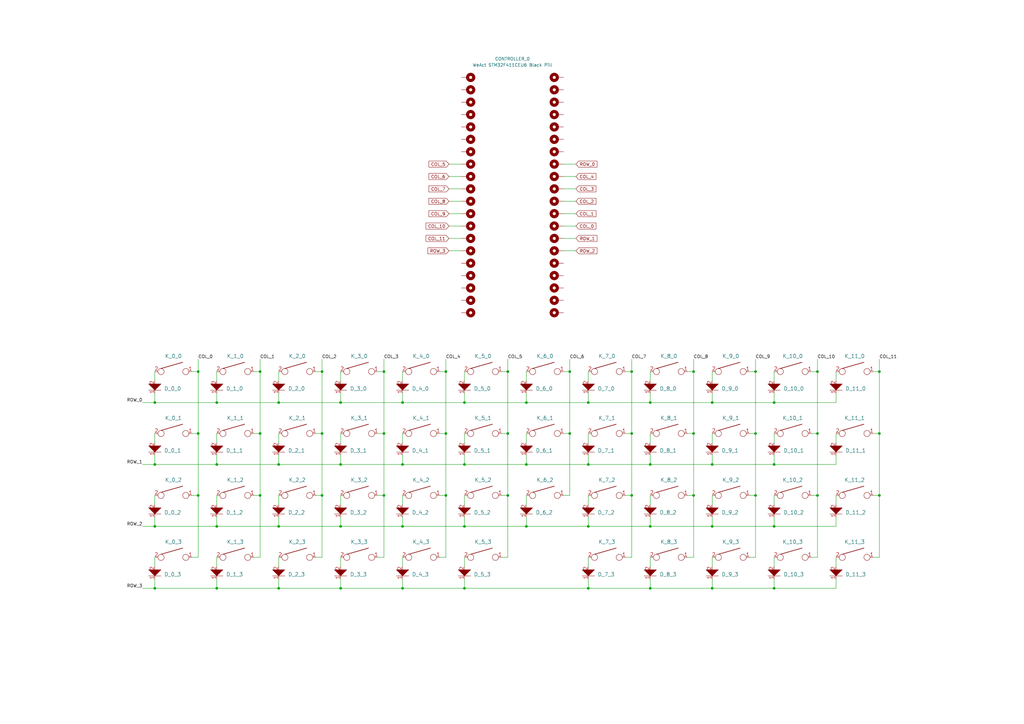
<source format=kicad_sch>
(kicad_sch (version 20211123) (generator eeschema)
  (paper "A3")
  (lib_symbols
    (symbol "keyboard_parts:D" (pin_names (offset 1.016))
      (property "Reference" "D" (at -3.81 -1.27 90))
      (symbol "D_0_1"
        (polyline (pts (xy -2.54 0) (xy 2.54 0)))
        (polyline (pts (xy 0 0) (xy -2.54 -2.54) (xy 2.54 -2.54) (xy 0 0)) (fill (type outline)))
      )
      (symbol "D_1_1"
        (pin passive line (at 0 1.27 270) (length 1.27) (name "~") (number "1"))
        (pin passive line (at 0 -3.81 90) (length 1.27) (name "~") (number "2"))
      )
    )
    (symbol "keyboard_parts:KEYSW" (pin_names (offset 1.016))
      (property "Reference" "K?" (at -1.27 0 0))
      (symbol "KEYSW_0_1"
        (circle (center -5.08 0) (radius 1.27))
        (polyline (pts (xy -5.08 1.27) (xy 3.81 3.81)) (stroke (width 0.254)))
        (circle (center 5.08 0) (radius 1.27))
      )
      (symbol "KEYSW_1_1"
        (pin passive line (at 7.62 0 180) (length 1.27) (name "~") (number "1"))
        (pin passive line (at -7.62 0 0) (length 1.27) (name "~") (number "2"))
      )
    )
    (symbol "weact_stm32f411ceu6_black_pill:WeAct_STM32F411CEU6_Black_Pill" (pin_numbers hide) (pin_names (offset 1.016) hide)
      (property "Reference" "WeAct_STM32F411CEU6_Black_Pill" (at 0 57.15 0))
      (property "Value" "WeAct_STM32F411CEU6_Black_Pill" (at 0 53.34 0))
      (symbol "WeAct_STM32F411CEU6_Black_Pill_0_1"
        (circle (center -17.78 -48.26) (radius 1.27) (stroke (width 1.27)))
        (circle (center -17.78 -43.18) (radius 1.27) (stroke (width 1.27)))
        (circle (center -17.78 -38.1) (radius 1.27) (stroke (width 1.27)))
        (circle (center -17.78 -33.02) (radius 1.27) (stroke (width 1.27)))
        (circle (center -17.78 -27.94) (radius 1.27) (stroke (width 1.27)))
        (circle (center -17.78 -22.86) (radius 1.27) (stroke (width 1.27)))
        (circle (center -17.78 -17.78) (radius 1.27) (stroke (width 1.27)))
        (circle (center -17.78 -12.7) (radius 1.27) (stroke (width 1.27)))
        (circle (center -17.78 -7.62) (radius 1.27) (stroke (width 1.27)))
        (circle (center -17.78 -2.54) (radius 1.27) (stroke (width 1.27)))
        (circle (center -17.78 2.54) (radius 1.27) (stroke (width 1.27)))
        (circle (center -17.78 7.62) (radius 1.27) (stroke (width 1.27)))
        (circle (center -17.78 12.7) (radius 1.27) (stroke (width 1.27)))
        (circle (center -17.78 17.78) (radius 1.27) (stroke (width 1.27)))
        (circle (center -17.78 22.86) (radius 1.27) (stroke (width 1.27)))
        (circle (center -17.78 27.94) (radius 1.27) (stroke (width 1.27)))
        (circle (center -17.78 33.02) (radius 1.27) (stroke (width 1.27)))
        (circle (center -17.78 38.1) (radius 1.27) (stroke (width 1.27)))
        (circle (center -17.78 43.18) (radius 1.27) (stroke (width 1.27)))
        (circle (center -17.78 48.26) (radius 1.27) (stroke (width 1.27)))
        (circle (center 16.51 -48.26) (radius 1.27) (stroke (width 1.27)))
        (circle (center 16.51 -43.18) (radius 1.27) (stroke (width 1.27)))
        (circle (center 16.51 -38.1) (radius 1.27) (stroke (width 1.27)))
        (circle (center 16.51 -33.02) (radius 1.27) (stroke (width 1.27)))
        (circle (center 16.51 -27.94) (radius 1.27) (stroke (width 1.27)))
        (circle (center 16.51 -22.86) (radius 1.27) (stroke (width 1.27)))
        (circle (center 16.51 -17.78) (radius 1.27) (stroke (width 1.27)))
        (circle (center 16.51 -12.7) (radius 1.27) (stroke (width 1.27)))
        (circle (center 16.51 -7.62) (radius 1.27) (stroke (width 1.27)))
        (circle (center 16.51 -2.54) (radius 1.27) (stroke (width 1.27)))
        (circle (center 16.51 2.54) (radius 1.27) (stroke (width 1.27)))
        (circle (center 16.51 7.62) (radius 1.27) (stroke (width 1.27)))
        (circle (center 16.51 12.7) (radius 1.27) (stroke (width 1.27)))
        (circle (center 16.51 17.78) (radius 1.27) (stroke (width 1.27)))
        (circle (center 16.51 22.86) (radius 1.27) (stroke (width 1.27)))
        (circle (center 16.51 27.94) (radius 1.27) (stroke (width 1.27)))
        (circle (center 16.51 33.02) (radius 1.27) (stroke (width 1.27)))
        (circle (center 16.51 38.1) (radius 1.27) (stroke (width 1.27)))
        (circle (center 16.51 43.18) (radius 1.27) (stroke (width 1.27)))
        (circle (center 16.51 48.26) (radius 1.27) (stroke (width 1.27)))
      )
      (symbol "WeAct_STM32F411CEU6_Black_Pill_1_1"
        (pin bidirectional line (at -21.59 48.26 0) (length 2.54) (name "B12") (number "1"))
        (pin bidirectional line (at -21.59 2.54 0) (length 2.54) (name "A15") (number "10"))
        (pin bidirectional line (at -21.59 -2.54 0) (length 2.54) (name "B3") (number "11"))
        (pin bidirectional line (at -21.59 -7.62 0) (length 2.54) (name "B4") (number "12"))
        (pin bidirectional line (at -21.59 -12.7 0) (length 2.54) (name "B5") (number "13"))
        (pin bidirectional line (at -21.59 -17.78 0) (length 2.54) (name "B6") (number "14"))
        (pin bidirectional line (at -21.59 -22.86 0) (length 2.54) (name "B7") (number "15"))
        (pin bidirectional line (at -21.59 -27.94 0) (length 2.54) (name "B8") (number "16"))
        (pin bidirectional line (at -21.59 -33.02 0) (length 2.54) (name "B9") (number "17"))
        (pin bidirectional line (at -21.59 -38.1 0) (length 2.54) (name "5V") (number "18"))
        (pin bidirectional line (at -21.59 -43.18 0) (length 2.54) (name "G") (number "19"))
        (pin bidirectional line (at -21.59 43.18 0) (length 2.54) (name "B13") (number "2"))
        (pin bidirectional line (at -21.59 -48.26 0) (length 2.54) (name "3V3") (number "20"))
        (pin bidirectional line (at 20.32 48.26 180) (length 2.54) (name "5V") (number "21"))
        (pin bidirectional line (at 20.32 43.18 180) (length 2.54) (name "G") (number "22"))
        (pin bidirectional line (at 20.32 38.1 180) (length 2.54) (name "3V3") (number "23"))
        (pin bidirectional line (at 20.32 33.02 180) (length 2.54) (name "B10") (number "24"))
        (pin bidirectional line (at 20.32 27.94 180) (length 2.54) (name "B2") (number "25"))
        (pin bidirectional line (at 20.32 22.86 180) (length 2.54) (name "B1") (number "26"))
        (pin bidirectional line (at 20.32 17.78 180) (length 2.54) (name "B0") (number "27"))
        (pin bidirectional line (at 20.32 12.7 180) (length 2.54) (name "A7") (number "28"))
        (pin bidirectional line (at 20.32 7.62 180) (length 2.54) (name "A6") (number "29"))
        (pin bidirectional line (at -21.59 38.1 0) (length 2.54) (name "B14") (number "3"))
        (pin bidirectional line (at 20.32 2.54 180) (length 2.54) (name "A5") (number "30"))
        (pin bidirectional line (at 20.32 -2.54 180) (length 2.54) (name "A4") (number "31"))
        (pin bidirectional line (at 20.32 -7.62 180) (length 2.54) (name "A3") (number "32"))
        (pin bidirectional line (at 20.32 -12.7 180) (length 2.54) (name "A2") (number "33"))
        (pin bidirectional line (at 20.32 -17.78 180) (length 2.54) (name "A1") (number "34"))
        (pin bidirectional line (at 20.32 -22.86 180) (length 2.54) (name "A0") (number "35"))
        (pin bidirectional line (at 20.32 -27.94 180) (length 2.54) (name "R") (number "36"))
        (pin bidirectional line (at 20.32 -33.02 180) (length 2.54) (name "C15") (number "37"))
        (pin bidirectional line (at 20.32 -38.1 180) (length 2.54) (name "C14") (number "38"))
        (pin bidirectional line (at 20.32 -43.18 180) (length 2.54) (name "C13") (number "39"))
        (pin bidirectional line (at -21.59 33.02 0) (length 2.54) (name "B15") (number "4"))
        (pin bidirectional line (at 20.32 -48.26 180) (length 2.54) (name "Vb") (number "40"))
        (pin bidirectional line (at -21.59 27.94 0) (length 2.54) (name "A8") (number "5"))
        (pin bidirectional line (at -21.59 22.86 0) (length 2.54) (name "A9") (number "6"))
        (pin bidirectional line (at -21.59 17.78 0) (length 2.54) (name "A10") (number "7"))
        (pin bidirectional line (at -21.59 12.7 0) (length 2.54) (name "A11") (number "8"))
        (pin bidirectional line (at -21.59 7.62 0) (length 2.54) (name "A12") (number "9"))
      )
    )
  )
  (junction (at 190.5 190.5))
  (junction (at 114.3 190.5))
  (junction (at 139.7 190.5))
  (junction (at 165.1 241.3))
  (junction (at 81.28 177.8))
  (junction (at 190.5 215.9))
  (junction (at 182.88 203.2))
  (junction (at 208.28 203.2))
  (junction (at 114.3 215.9))
  (junction (at 157.48 177.8))
  (junction (at 81.28 152.4))
  (junction (at 157.48 152.4))
  (junction (at 292.1 215.9))
  (junction (at 88.9 215.9))
  (junction (at 241.3 190.5))
  (junction (at 259.08 203.2))
  (junction (at 266.7 165.1))
  (junction (at 208.28 177.8))
  (junction (at 266.7 215.9))
  (junction (at 139.7 241.3))
  (junction (at 317.5 215.9))
  (junction (at 88.9 241.3))
  (junction (at 88.9 165.1))
  (junction (at 266.7 241.3))
  (junction (at 360.68 203.2))
  (junction (at 139.7 165.1))
  (junction (at 63.5 165.1))
  (junction (at 208.28 152.4))
  (junction (at 309.88 203.2))
  (junction (at 241.3 215.9))
  (junction (at 259.08 152.4))
  (junction (at 233.68 177.8))
  (junction (at 233.68 152.4))
  (junction (at 88.9 190.5))
  (junction (at 335.28 177.8))
  (junction (at 292.1 190.5))
  (junction (at 241.3 241.3))
  (junction (at 132.08 152.4))
  (junction (at 309.88 177.8))
  (junction (at 284.48 177.8))
  (junction (at 106.68 152.4))
  (junction (at 360.68 152.4))
  (junction (at 292.1 165.1))
  (junction (at 317.5 190.5))
  (junction (at 284.48 203.2))
  (junction (at 284.48 152.4))
  (junction (at 63.5 190.5))
  (junction (at 157.48 203.2))
  (junction (at 114.3 165.1))
  (junction (at 335.28 152.4))
  (junction (at 335.28 203.2))
  (junction (at 81.28 203.2))
  (junction (at 215.9 190.5))
  (junction (at 165.1 165.1))
  (junction (at 139.7 215.9))
  (junction (at 259.08 177.8))
  (junction (at 190.5 165.1))
  (junction (at 114.3 241.3))
  (junction (at 215.9 215.9))
  (junction (at 182.88 152.4))
  (junction (at 63.5 215.9))
  (junction (at 292.1 241.3))
  (junction (at 165.1 190.5))
  (junction (at 106.68 177.8))
  (junction (at 215.9 165.1))
  (junction (at 317.5 165.1))
  (junction (at 106.68 203.2))
  (junction (at 360.68 177.8))
  (junction (at 132.08 203.2))
  (junction (at 309.88 152.4))
  (junction (at 132.08 177.8))
  (junction (at 317.5 241.3))
  (junction (at 63.5 241.3))
  (junction (at 165.1 215.9))
  (junction (at 266.7 190.5))
  (junction (at 182.88 177.8))
  (junction (at 241.3 165.1))
  (junction (at 190.5 241.3))
  (wire (pts (xy 182.88 152.4) (xy 182.88 177.8)))
  (wire (pts (xy 63.5 241.3) (xy 88.9 241.3)))
  (wire (pts (xy 317.5 186.69) (xy 317.5 190.5)))
  (wire (pts (xy 58.42 215.9) (xy 63.5 215.9)))
  (wire (pts (xy 215.9 186.69) (xy 215.9 190.5)))
  (wire (pts (xy 342.9 228.6) (xy 342.9 232.41)))
  (wire (pts (xy 266.7 190.5) (xy 292.1 190.5)))
  (wire (pts (xy 259.08 228.6) (xy 256.54 228.6)))
  (wire (pts (xy 266.7 215.9) (xy 292.1 215.9)))
  (wire (pts (xy 292.1 237.49) (xy 292.1 241.3)))
  (wire (pts (xy 309.88 177.8) (xy 309.88 203.2)))
  (wire (pts (xy 335.28 203.2) (xy 335.28 228.6)))
  (wire (pts (xy 317.5 161.29) (xy 317.5 165.1)))
  (wire (pts (xy 231.14 97.79) (xy 236.22 97.79)))
  (wire (pts (xy 266.7 177.8) (xy 266.7 181.61)))
  (wire (pts (xy 165.1 152.4) (xy 165.1 156.21)))
  (wire (pts (xy 342.9 152.4) (xy 342.9 156.21)))
  (wire (pts (xy 58.42 190.5) (xy 63.5 190.5)))
  (wire (pts (xy 231.14 82.55) (xy 236.22 82.55)))
  (wire (pts (xy 241.3 203.2) (xy 241.3 207.01)))
  (wire (pts (xy 335.28 152.4) (xy 332.74 152.4)))
  (wire (pts (xy 165.1 161.29) (xy 165.1 165.1)))
  (wire (pts (xy 190.5 203.2) (xy 190.5 207.01)))
  (wire (pts (xy 106.68 152.4) (xy 104.14 152.4)))
  (wire (pts (xy 81.28 203.2) (xy 81.28 228.6)))
  (wire (pts (xy 114.3 215.9) (xy 139.7 215.9)))
  (wire (pts (xy 233.68 152.4) (xy 231.14 152.4)))
  (wire (pts (xy 241.3 177.8) (xy 241.3 181.61)))
  (wire (pts (xy 233.68 152.4) (xy 233.68 177.8)))
  (wire (pts (xy 309.88 147.32) (xy 309.88 152.4)))
  (wire (pts (xy 184.15 67.31) (xy 189.23 67.31)))
  (wire (pts (xy 309.88 228.6) (xy 307.34 228.6)))
  (wire (pts (xy 190.5 237.49) (xy 190.5 241.3)))
  (wire (pts (xy 132.08 203.2) (xy 129.54 203.2)))
  (wire (pts (xy 360.68 152.4) (xy 358.14 152.4)))
  (wire (pts (xy 241.3 241.3) (xy 266.7 241.3)))
  (wire (pts (xy 165.1 228.6) (xy 165.1 232.41)))
  (wire (pts (xy 157.48 177.8) (xy 154.94 177.8)))
  (wire (pts (xy 182.88 177.8) (xy 180.34 177.8)))
  (wire (pts (xy 208.28 152.4) (xy 205.74 152.4)))
  (wire (pts (xy 182.88 203.2) (xy 182.88 228.6)))
  (wire (pts (xy 231.14 92.71) (xy 236.22 92.71)))
  (wire (pts (xy 317.5 241.3) (xy 342.9 241.3)))
  (wire (pts (xy 342.9 203.2) (xy 342.9 207.01)))
  (wire (pts (xy 208.28 203.2) (xy 205.74 203.2)))
  (wire (pts (xy 132.08 177.8) (xy 129.54 177.8)))
  (wire (pts (xy 88.9 241.3) (xy 114.3 241.3)))
  (wire (pts (xy 292.1 215.9) (xy 317.5 215.9)))
  (wire (pts (xy 266.7 161.29) (xy 266.7 165.1)))
  (wire (pts (xy 233.68 147.32) (xy 233.68 152.4)))
  (wire (pts (xy 165.1 186.69) (xy 165.1 190.5)))
  (wire (pts (xy 360.68 228.6) (xy 358.14 228.6)))
  (wire (pts (xy 88.9 165.1) (xy 114.3 165.1)))
  (wire (pts (xy 284.48 203.2) (xy 284.48 228.6)))
  (wire (pts (xy 58.42 241.3) (xy 63.5 241.3)))
  (wire (pts (xy 132.08 203.2) (xy 132.08 228.6)))
  (wire (pts (xy 266.7 186.69) (xy 266.7 190.5)))
  (wire (pts (xy 335.28 152.4) (xy 335.28 177.8)))
  (wire (pts (xy 63.5 161.29) (xy 63.5 165.1)))
  (wire (pts (xy 241.3 237.49) (xy 241.3 241.3)))
  (wire (pts (xy 139.7 190.5) (xy 165.1 190.5)))
  (wire (pts (xy 88.9 237.49) (xy 88.9 241.3)))
  (wire (pts (xy 139.7 177.8) (xy 139.7 181.61)))
  (wire (pts (xy 317.5 190.5) (xy 342.9 190.5)))
  (wire (pts (xy 309.88 177.8) (xy 307.34 177.8)))
  (wire (pts (xy 317.5 177.8) (xy 317.5 181.61)))
  (wire (pts (xy 215.9 165.1) (xy 241.3 165.1)))
  (wire (pts (xy 63.5 203.2) (xy 63.5 207.01)))
  (wire (pts (xy 215.9 161.29) (xy 215.9 165.1)))
  (wire (pts (xy 157.48 203.2) (xy 154.94 203.2)))
  (wire (pts (xy 190.5 165.1) (xy 215.9 165.1)))
  (wire (pts (xy 360.68 203.2) (xy 360.68 228.6)))
  (wire (pts (xy 81.28 152.4) (xy 78.74 152.4)))
  (wire (pts (xy 292.1 190.5) (xy 317.5 190.5)))
  (wire (pts (xy 139.7 241.3) (xy 165.1 241.3)))
  (wire (pts (xy 114.3 177.8) (xy 114.3 181.61)))
  (wire (pts (xy 259.08 177.8) (xy 256.54 177.8)))
  (wire (pts (xy 114.3 165.1) (xy 139.7 165.1)))
  (wire (pts (xy 266.7 152.4) (xy 266.7 156.21)))
  (wire (pts (xy 63.5 177.8) (xy 63.5 181.61)))
  (wire (pts (xy 63.5 165.1) (xy 88.9 165.1)))
  (wire (pts (xy 335.28 228.6) (xy 332.74 228.6)))
  (wire (pts (xy 284.48 228.6) (xy 281.94 228.6)))
  (wire (pts (xy 266.7 228.6) (xy 266.7 232.41)))
  (wire (pts (xy 165.1 165.1) (xy 190.5 165.1)))
  (wire (pts (xy 88.9 190.5) (xy 114.3 190.5)))
  (wire (pts (xy 132.08 152.4) (xy 132.08 177.8)))
  (wire (pts (xy 231.14 72.39) (xy 236.22 72.39)))
  (wire (pts (xy 241.3 190.5) (xy 266.7 190.5)))
  (wire (pts (xy 132.08 152.4) (xy 129.54 152.4)))
  (wire (pts (xy 266.7 237.49) (xy 266.7 241.3)))
  (wire (pts (xy 139.7 186.69) (xy 139.7 190.5)))
  (wire (pts (xy 335.28 147.32) (xy 335.28 152.4)))
  (wire (pts (xy 106.68 152.4) (xy 106.68 177.8)))
  (wire (pts (xy 259.08 147.32) (xy 259.08 152.4)))
  (wire (pts (xy 139.7 215.9) (xy 165.1 215.9)))
  (wire (pts (xy 114.3 237.49) (xy 114.3 241.3)))
  (wire (pts (xy 292.1 165.1) (xy 317.5 165.1)))
  (wire (pts (xy 292.1 212.09) (xy 292.1 215.9)))
  (wire (pts (xy 81.28 147.32) (xy 81.28 152.4)))
  (wire (pts (xy 215.9 215.9) (xy 241.3 215.9)))
  (wire (pts (xy 342.9 161.29) (xy 342.9 165.1)))
  (wire (pts (xy 182.88 228.6) (xy 180.34 228.6)))
  (wire (pts (xy 259.08 152.4) (xy 259.08 177.8)))
  (wire (pts (xy 114.3 161.29) (xy 114.3 165.1)))
  (wire (pts (xy 309.88 203.2) (xy 309.88 228.6)))
  (wire (pts (xy 233.68 203.2) (xy 231.14 203.2)))
  (wire (pts (xy 231.14 87.63) (xy 236.22 87.63)))
  (wire (pts (xy 208.28 152.4) (xy 208.28 177.8)))
  (wire (pts (xy 184.15 87.63) (xy 189.23 87.63)))
  (wire (pts (xy 63.5 186.69) (xy 63.5 190.5)))
  (wire (pts (xy 317.5 203.2) (xy 317.5 207.01)))
  (wire (pts (xy 165.1 190.5) (xy 190.5 190.5)))
  (wire (pts (xy 342.9 237.49) (xy 342.9 241.3)))
  (wire (pts (xy 231.14 67.31) (xy 236.22 67.31)))
  (wire (pts (xy 63.5 152.4) (xy 63.5 156.21)))
  (wire (pts (xy 114.3 190.5) (xy 139.7 190.5)))
  (wire (pts (xy 241.3 215.9) (xy 266.7 215.9)))
  (wire (pts (xy 335.28 177.8) (xy 335.28 203.2)))
  (wire (pts (xy 342.9 186.69) (xy 342.9 190.5)))
  (wire (pts (xy 165.1 177.8) (xy 165.1 181.61)))
  (wire (pts (xy 88.9 228.6) (xy 88.9 232.41)))
  (wire (pts (xy 190.5 152.4) (xy 190.5 156.21)))
  (wire (pts (xy 292.1 177.8) (xy 292.1 181.61)))
  (wire (pts (xy 266.7 203.2) (xy 266.7 207.01)))
  (wire (pts (xy 317.5 212.09) (xy 317.5 215.9)))
  (wire (pts (xy 208.28 228.6) (xy 205.74 228.6)))
  (wire (pts (xy 317.5 237.49) (xy 317.5 241.3)))
  (wire (pts (xy 284.48 177.8) (xy 281.94 177.8)))
  (wire (pts (xy 190.5 161.29) (xy 190.5 165.1)))
  (wire (pts (xy 190.5 177.8) (xy 190.5 181.61)))
  (wire (pts (xy 88.9 203.2) (xy 88.9 207.01)))
  (wire (pts (xy 292.1 241.3) (xy 317.5 241.3)))
  (wire (pts (xy 360.68 177.8) (xy 358.14 177.8)))
  (wire (pts (xy 157.48 177.8) (xy 157.48 203.2)))
  (wire (pts (xy 259.08 203.2) (xy 259.08 228.6)))
  (wire (pts (xy 88.9 177.8) (xy 88.9 181.61)))
  (wire (pts (xy 114.3 203.2) (xy 114.3 207.01)))
  (wire (pts (xy 63.5 228.6) (xy 63.5 232.41)))
  (wire (pts (xy 215.9 203.2) (xy 215.9 207.01)))
  (wire (pts (xy 259.08 203.2) (xy 256.54 203.2)))
  (wire (pts (xy 317.5 165.1) (xy 342.9 165.1)))
  (wire (pts (xy 114.3 228.6) (xy 114.3 232.41)))
  (wire (pts (xy 88.9 186.69) (xy 88.9 190.5)))
  (wire (pts (xy 184.15 97.79) (xy 189.23 97.79)))
  (wire (pts (xy 132.08 228.6) (xy 129.54 228.6)))
  (wire (pts (xy 317.5 215.9) (xy 342.9 215.9)))
  (wire (pts (xy 241.3 165.1) (xy 266.7 165.1)))
  (wire (pts (xy 88.9 161.29) (xy 88.9 165.1)))
  (wire (pts (xy 114.3 212.09) (xy 114.3 215.9)))
  (wire (pts (xy 335.28 177.8) (xy 332.74 177.8)))
  (wire (pts (xy 157.48 152.4) (xy 154.94 152.4)))
  (wire (pts (xy 190.5 228.6) (xy 190.5 232.41)))
  (wire (pts (xy 184.15 102.87) (xy 189.23 102.87)))
  (wire (pts (xy 309.88 152.4) (xy 307.34 152.4)))
  (wire (pts (xy 63.5 190.5) (xy 88.9 190.5)))
  (wire (pts (xy 342.9 212.09) (xy 342.9 215.9)))
  (wire (pts (xy 165.1 203.2) (xy 165.1 207.01)))
  (wire (pts (xy 106.68 203.2) (xy 106.68 228.6)))
  (wire (pts (xy 309.88 152.4) (xy 309.88 177.8)))
  (wire (pts (xy 342.9 177.8) (xy 342.9 181.61)))
  (wire (pts (xy 132.08 147.32) (xy 132.08 152.4)))
  (wire (pts (xy 157.48 228.6) (xy 154.94 228.6)))
  (wire (pts (xy 266.7 212.09) (xy 266.7 215.9)))
  (wire (pts (xy 233.68 177.8) (xy 231.14 177.8)))
  (wire (pts (xy 266.7 165.1) (xy 292.1 165.1)))
  (wire (pts (xy 208.28 203.2) (xy 208.28 228.6)))
  (wire (pts (xy 132.08 177.8) (xy 132.08 203.2)))
  (wire (pts (xy 63.5 212.09) (xy 63.5 215.9)))
  (wire (pts (xy 231.14 77.47) (xy 236.22 77.47)))
  (wire (pts (xy 106.68 147.32) (xy 106.68 152.4)))
  (wire (pts (xy 360.68 152.4) (xy 360.68 177.8)))
  (wire (pts (xy 184.15 92.71) (xy 189.23 92.71)))
  (wire (pts (xy 182.88 152.4) (xy 180.34 152.4)))
  (wire (pts (xy 266.7 241.3) (xy 292.1 241.3)))
  (wire (pts (xy 190.5 241.3) (xy 241.3 241.3)))
  (wire (pts (xy 215.9 190.5) (xy 241.3 190.5)))
  (wire (pts (xy 208.28 177.8) (xy 208.28 203.2)))
  (wire (pts (xy 106.68 177.8) (xy 106.68 203.2)))
  (wire (pts (xy 208.28 147.32) (xy 208.28 152.4)))
  (wire (pts (xy 241.3 212.09) (xy 241.3 215.9)))
  (wire (pts (xy 88.9 212.09) (xy 88.9 215.9)))
  (wire (pts (xy 241.3 228.6) (xy 241.3 232.41)))
  (wire (pts (xy 81.28 203.2) (xy 78.74 203.2)))
  (wire (pts (xy 139.7 237.49) (xy 139.7 241.3)))
  (wire (pts (xy 184.15 77.47) (xy 189.23 77.47)))
  (wire (pts (xy 292.1 203.2) (xy 292.1 207.01)))
  (wire (pts (xy 81.28 177.8) (xy 78.74 177.8)))
  (wire (pts (xy 259.08 152.4) (xy 256.54 152.4)))
  (wire (pts (xy 259.08 177.8) (xy 259.08 203.2)))
  (wire (pts (xy 215.9 177.8) (xy 215.9 181.61)))
  (wire (pts (xy 309.88 203.2) (xy 307.34 203.2)))
  (wire (pts (xy 81.28 228.6) (xy 78.74 228.6)))
  (wire (pts (xy 184.15 82.55) (xy 189.23 82.55)))
  (wire (pts (xy 63.5 237.49) (xy 63.5 241.3)))
  (wire (pts (xy 58.42 165.1) (xy 63.5 165.1)))
  (wire (pts (xy 284.48 152.4) (xy 281.94 152.4)))
  (wire (pts (xy 88.9 215.9) (xy 114.3 215.9)))
  (wire (pts (xy 190.5 212.09) (xy 190.5 215.9)))
  (wire (pts (xy 114.3 241.3) (xy 139.7 241.3)))
  (wire (pts (xy 284.48 152.4) (xy 284.48 177.8)))
  (wire (pts (xy 190.5 215.9) (xy 215.9 215.9)))
  (wire (pts (xy 182.88 203.2) (xy 180.34 203.2)))
  (wire (pts (xy 182.88 147.32) (xy 182.88 152.4)))
  (wire (pts (xy 139.7 165.1) (xy 165.1 165.1)))
  (wire (pts (xy 241.3 161.29) (xy 241.3 165.1)))
  (wire (pts (xy 190.5 190.5) (xy 215.9 190.5)))
  (wire (pts (xy 165.1 215.9) (xy 190.5 215.9)))
  (wire (pts (xy 284.48 177.8) (xy 284.48 203.2)))
  (wire (pts (xy 190.5 186.69) (xy 190.5 190.5)))
  (wire (pts (xy 292.1 161.29) (xy 292.1 165.1)))
  (wire (pts (xy 165.1 241.3) (xy 190.5 241.3)))
  (wire (pts (xy 81.28 177.8) (xy 81.28 203.2)))
  (wire (pts (xy 215.9 152.4) (xy 215.9 156.21)))
  (wire (pts (xy 284.48 203.2) (xy 281.94 203.2)))
  (wire (pts (xy 165.1 212.09) (xy 165.1 215.9)))
  (wire (pts (xy 335.28 203.2) (xy 332.74 203.2)))
  (wire (pts (xy 231.14 102.87) (xy 236.22 102.87)))
  (wire (pts (xy 139.7 228.6) (xy 139.7 232.41)))
  (wire (pts (xy 106.68 177.8) (xy 104.14 177.8)))
  (wire (pts (xy 292.1 186.69) (xy 292.1 190.5)))
  (wire (pts (xy 81.28 152.4) (xy 81.28 177.8)))
  (wire (pts (xy 157.48 203.2) (xy 157.48 228.6)))
  (wire (pts (xy 241.3 186.69) (xy 241.3 190.5)))
  (wire (pts (xy 157.48 147.32) (xy 157.48 152.4)))
  (wire (pts (xy 184.15 72.39) (xy 189.23 72.39)))
  (wire (pts (xy 292.1 228.6) (xy 292.1 232.41)))
  (wire (pts (xy 360.68 147.32) (xy 360.68 152.4)))
  (wire (pts (xy 208.28 177.8) (xy 205.74 177.8)))
  (wire (pts (xy 106.68 203.2) (xy 104.14 203.2)))
  (wire (pts (xy 182.88 177.8) (xy 182.88 203.2)))
  (wire (pts (xy 317.5 228.6) (xy 317.5 232.41)))
  (wire (pts (xy 284.48 147.32) (xy 284.48 152.4)))
  (wire (pts (xy 360.68 177.8) (xy 360.68 203.2)))
  (wire (pts (xy 139.7 212.09) (xy 139.7 215.9)))
  (wire (pts (xy 139.7 161.29) (xy 139.7 165.1)))
  (wire (pts (xy 233.68 177.8) (xy 233.68 203.2)))
  (wire (pts (xy 241.3 152.4) (xy 241.3 156.21)))
  (wire (pts (xy 317.5 152.4) (xy 317.5 156.21)))
  (wire (pts (xy 88.9 152.4) (xy 88.9 156.21)))
  (wire (pts (xy 114.3 186.69) (xy 114.3 190.5)))
  (wire (pts (xy 292.1 152.4) (xy 292.1 156.21)))
  (wire (pts (xy 157.48 152.4) (xy 157.48 177.8)))
  (wire (pts (xy 165.1 237.49) (xy 165.1 241.3)))
  (wire (pts (xy 360.68 203.2) (xy 358.14 203.2)))
  (wire (pts (xy 106.68 228.6) (xy 104.14 228.6)))
  (wire (pts (xy 139.7 203.2) (xy 139.7 207.01)))
  (wire (pts (xy 139.7 152.4) (xy 139.7 156.21)))
  (wire (pts (xy 63.5 215.9) (xy 88.9 215.9)))
  (wire (pts (xy 114.3 152.4) (xy 114.3 156.21)))
  (wire (pts (xy 215.9 212.09) (xy 215.9 215.9)))
  (label "COL_8" (at 284.48 147.32 0))
  (label "ROW_1" (at 58.42 190.5 180))
  (label "COL_6" (at 233.68 147.32 0))
  (label "COL_10" (at 335.28 147.32 0))
  (label "ROW_3" (at 58.42 241.3 180))
  (label "COL_3" (at 157.48 147.32 0))
  (label "COL_9" (at 309.88 147.32 0))
  (label "COL_7" (at 259.08 147.32 0))
  (label "COL_5" (at 208.28 147.32 0))
  (label "ROW_2" (at 58.42 215.9 180))
  (label "COL_11" (at 360.68 147.32 0))
  (label "COL_4" (at 182.88 147.32 0))
  (label "ROW_0" (at 58.42 165.1 180))
  (label "COL_2" (at 132.08 147.32 0))
  (label "COL_0" (at 81.28 147.32 0))
  (label "COL_1" (at 106.68 147.32 0))
  (global_label "COL_11" (shape input) (at 184.15 97.79 180) (property "Intersheet References" "${INTERSHEET_REFS}" (effects hide)))
  (global_label "ROW_3" (shape input) (at 184.15 102.87 180) (property "Intersheet References" "${INTERSHEET_REFS}" (effects hide)))
  (global_label "COL_6" (shape input) (at 184.15 72.39 180) (property "Intersheet References" "${INTERSHEET_REFS}" (effects hide)))
  (global_label "COL_8" (shape input) (at 184.15 82.55 180) (property "Intersheet References" "${INTERSHEET_REFS}" (effects hide)))
  (global_label "ROW_1" (shape input) (at 236.22 97.79 0) (property "Intersheet References" "${INTERSHEET_REFS}" (effects hide)))
  (global_label "COL_3" (shape input) (at 236.22 77.47 0) (property "Intersheet References" "${INTERSHEET_REFS}" (effects hide)))
  (global_label "COL_9" (shape input) (at 184.15 87.63 180) (property "Intersheet References" "${INTERSHEET_REFS}" (effects hide)))
  (global_label "COL_0" (shape input) (at 236.22 92.71 0) (property "Intersheet References" "${INTERSHEET_REFS}" (effects hide)))
  (global_label "ROW_2" (shape input) (at 236.22 102.87 0) (property "Intersheet References" "${INTERSHEET_REFS}" (effects hide)))
  (global_label "COL_5" (shape input) (at 184.15 67.31 180) (property "Intersheet References" "${INTERSHEET_REFS}" (effects hide)))
  (global_label "COL_7" (shape input) (at 184.15 77.47 180) (property "Intersheet References" "${INTERSHEET_REFS}" (effects hide)))
  (global_label "COL_4" (shape input) (at 236.22 72.39 0) (property "Intersheet References" "${INTERSHEET_REFS}" (effects hide)))
  (global_label "COL_2" (shape input) (at 236.22 82.55 0) (property "Intersheet References" "${INTERSHEET_REFS}" (effects hide)))
  (global_label "ROW_0" (shape input) (at 236.22 67.31 0) (property "Intersheet References" "${INTERSHEET_REFS}" (effects hide)))
  (global_label "COL_1" (shape input) (at 236.22 87.63 0) (property "Intersheet References" "${INTERSHEET_REFS}" (effects hide)))
  (global_label "COL_10" (shape input) (at 184.15 92.71 180) (property "Intersheet References" "${INTERSHEET_REFS}" (effects hide)))
  (symbol (lib_id "keyboard_parts:KEYSW") (at 71.12 177.8 0) (unit 1)
    (property "Reference" "K_0_1" (at 71.12 171.45 0) (effects (font (size 1.524 1.524))))
    (property "Value" "KEYSW" (effects hide))
    (property "Footprint" "keyswitches:Kailh_socket_MX_padding" (effects hide))
  )
  (symbol (lib_id "keyboard_parts:D") (at 266.7 185.42 180) (unit 1)
    (property "Reference" "D_8_1" (at 270.51 184.785 0) (effects (font (size 1.524 1.524)) (justify right)))
    (property "Value" "D" (effects hide))
    (property "Footprint" "Diode_THT:D_DO-35_SOD27_P7.62mm_Horizontal" (effects hide))
  )
  (symbol (lib_id "keyboard_parts:D") (at 165.1 185.42 180) (unit 1)
    (property "Reference" "D_4_1" (at 168.91 184.785 0) (effects (font (size 1.524 1.524)) (justify right)))
    (property "Value" "D" (effects hide))
    (property "Footprint" "Diode_THT:D_DO-35_SOD27_P7.62mm_Horizontal" (effects hide))
  )
  (symbol (lib_id "keyboard_parts:D") (at 292.1 160.02 180) (unit 1)
    (property "Reference" "D_9_0" (at 295.91 159.385 0) (effects (font (size 1.524 1.524)) (justify right)))
    (property "Value" "D" (effects hide))
    (property "Footprint" "Diode_THT:D_DO-35_SOD27_P7.62mm_Horizontal" (effects hide))
  )
  (symbol (lib_id "keyboard_parts:D") (at 165.1 236.22 180) (unit 1)
    (property "Reference" "D_4_3" (at 168.91 235.585 0) (effects (font (size 1.524 1.524)) (justify right)))
    (property "Value" "D" (effects hide))
    (property "Footprint" "Diode_THT:D_DO-35_SOD27_P7.62mm_Horizontal" (effects hide))
  )
  (symbol (lib_id "keyboard_parts:D") (at 292.1 236.22 180) (unit 1)
    (property "Reference" "D_9_3" (at 295.91 235.585 0) (effects (font (size 1.524 1.524)) (justify right)))
    (property "Value" "D" (effects hide))
    (property "Footprint" "Diode_THT:D_DO-35_SOD27_P7.62mm_Horizontal" (effects hide))
  )
  (symbol (lib_id "keyboard_parts:D") (at 63.5 185.42 180) (unit 1)
    (property "Reference" "D_0_1" (at 67.31 184.785 0) (effects (font (size 1.524 1.524)) (justify right)))
    (property "Value" "D" (effects hide))
    (property "Footprint" "Diode_THT:D_DO-35_SOD27_P7.62mm_Horizontal" (effects hide))
  )
  (symbol (lib_id "keyboard_parts:D") (at 114.3 210.82 180) (unit 1)
    (property "Reference" "D_2_2" (at 118.11 210.185 0) (effects (font (size 1.524 1.524)) (justify right)))
    (property "Value" "D" (effects hide))
    (property "Footprint" "Diode_THT:D_DO-35_SOD27_P7.62mm_Horizontal" (effects hide))
  )
  (symbol (lib_id "keyboard_parts:KEYSW") (at 350.52 203.2 0) (unit 1)
    (property "Reference" "K_11_2" (at 350.52 196.85 0) (effects (font (size 1.524 1.524))))
    (property "Value" "KEYSW" (effects hide))
    (property "Footprint" "keyswitches:Kailh_socket_MX_padding" (effects hide))
  )
  (symbol (lib_id "keyboard_parts:KEYSW") (at 121.92 152.4 0) (unit 1)
    (property "Reference" "K_2_0" (at 121.92 146.05 0) (effects (font (size 1.524 1.524))))
    (property "Value" "COMMA" (effects hide))
    (property "Footprint" "keyswitches:Kailh_socket_MX_padding" (effects hide))
  )
  (symbol (lib_id "keyboard_parts:KEYSW") (at 325.12 228.6 0) (unit 1)
    (property "Reference" "K_10_3" (at 325.12 222.25 0) (effects (font (size 1.524 1.524))))
    (property "Value" "KEYSW" (effects hide))
    (property "Footprint" "keyswitches:Kailh_socket_MX_padding" (effects hide))
  )
  (symbol (lib_id "keyboard_parts:D") (at 190.5 236.22 180) (unit 1)
    (property "Reference" "D_5_3" (at 194.31 235.585 0) (effects (font (size 1.524 1.524)) (justify right)))
    (property "Value" "D" (effects hide))
    (property "Footprint" "Diode_THT:D_DO-35_SOD27_P7.62mm_Horizontal" (effects hide))
  )
  (symbol (lib_id "keyboard_parts:KEYSW") (at 198.12 228.6 0) (unit 1)
    (property "Reference" "K_5_3" (at 198.12 222.25 0) (effects (font (size 1.524 1.524))))
    (property "Value" "KEYSW" (effects hide))
    (property "Footprint" "keyswitches:Kailh_socket_MX_padding" (effects hide))
  )
  (symbol (lib_id "keyboard_parts:D") (at 63.5 160.02 180) (unit 1)
    (property "Reference" "D_0_0" (at 67.31 159.385 0) (effects (font (size 1.524 1.524)) (justify right)))
    (property "Value" "D" (effects hide))
    (property "Footprint" "Diode_THT:D_DO-35_SOD27_P7.62mm_Horizontal" (effects hide))
  )
  (symbol (lib_id "keyboard_parts:KEYSW") (at 274.32 152.4 0) (unit 1)
    (property "Reference" "K_8_0" (at 274.32 146.05 0) (effects (font (size 1.524 1.524))))
    (property "Value" "C" (effects hide))
    (property "Footprint" "keyswitches:Kailh_socket_MX_padding" (effects hide))
  )
  (symbol (lib_id "keyboard_parts:D") (at 63.5 236.22 180) (unit 1)
    (property "Reference" "D_0_3" (at 67.31 235.585 0) (effects (font (size 1.524 1.524)) (justify right)))
    (property "Value" "D" (effects hide))
    (property "Footprint" "Diode_THT:D_DO-35_SOD27_P7.62mm_Horizontal" (effects hide))
  )
  (symbol (lib_id "keyboard_parts:KEYSW") (at 299.72 152.4 0) (unit 1)
    (property "Reference" "K_9_0" (at 299.72 146.05 0) (effects (font (size 1.524 1.524))))
    (property "Value" "R" (effects hide))
    (property "Footprint" "keyswitches:Kailh_socket_MX_padding" (effects hide))
  )
  (symbol (lib_id "keyboard_parts:KEYSW") (at 248.92 228.6 0) (unit 1)
    (property "Reference" "K_7_3" (at 248.92 222.25 0) (effects (font (size 1.524 1.524))))
    (property "Value" "KEYSW" (effects hide))
    (property "Footprint" "keyswitches:Kailh_socket_MX_padding" (effects hide))
  )
  (symbol (lib_id "keyboard_parts:D") (at 139.7 185.42 180) (unit 1)
    (property "Reference" "D_3_1" (at 143.51 184.785 0) (effects (font (size 1.524 1.524)) (justify right)))
    (property "Value" "D" (effects hide))
    (property "Footprint" "Diode_THT:D_DO-35_SOD27_P7.62mm_Horizontal" (effects hide))
  )
  (symbol (lib_id "keyboard_parts:D") (at 190.5 185.42 180) (unit 1)
    (property "Reference" "D_5_1" (at 194.31 184.785 0) (effects (font (size 1.524 1.524)) (justify right)))
    (property "Value" "D" (effects hide))
    (property "Footprint" "Diode_THT:D_DO-35_SOD27_P7.62mm_Horizontal" (effects hide))
  )
  (symbol (lib_id "keyboard_parts:D") (at 342.9 236.22 180) (unit 1)
    (property "Reference" "D_11_3" (at 346.71 235.585 0) (effects (font (size 1.524 1.524)) (justify right)))
    (property "Value" "D" (effects hide))
    (property "Footprint" "Diode_THT:D_DO-35_SOD27_P7.62mm_Horizontal" (effects hide))
  )
  (symbol (lib_id "keyboard_parts:D") (at 88.9 236.22 180) (unit 1)
    (property "Reference" "D_1_3" (at 92.71 235.585 0) (effects (font (size 1.524 1.524)) (justify right)))
    (property "Value" "D" (effects hide))
    (property "Footprint" "Diode_THT:D_DO-35_SOD27_P7.62mm_Horizontal" (effects hide))
  )
  (symbol (lib_id "keyboard_parts:KEYSW") (at 121.92 203.2 0) (unit 1)
    (property "Reference" "K_2_2" (at 121.92 196.85 0) (effects (font (size 1.524 1.524))))
    (property "Value" "KEYSW" (effects hide))
    (property "Footprint" "keyswitches:Kailh_socket_MX_padding" (effects hide))
  )
  (symbol (lib_id "keyboard_parts:KEYSW") (at 299.72 177.8 0) (unit 1)
    (property "Reference" "K_9_1" (at 299.72 171.45 0) (effects (font (size 1.524 1.524))))
    (property "Value" "KEYSW" (effects hide))
    (property "Footprint" "keyswitches:Kailh_socket_MX_padding" (effects hide))
  )
  (symbol (lib_id "keyboard_parts:D") (at 266.7 210.82 180) (unit 1)
    (property "Reference" "D_8_2" (at 270.51 210.185 0) (effects (font (size 1.524 1.524)) (justify right)))
    (property "Value" "D" (effects hide))
    (property "Footprint" "Diode_THT:D_DO-35_SOD27_P7.62mm_Horizontal" (effects hide))
  )
  (symbol (lib_id "keyboard_parts:D") (at 165.1 160.02 180) (unit 1)
    (property "Reference" "D_4_0" (at 168.91 159.385 0) (effects (font (size 1.524 1.524)) (justify right)))
    (property "Value" "D" (effects hide))
    (property "Footprint" "Diode_THT:D_DO-35_SOD27_P7.62mm_Horizontal" (effects hide))
  )
  (symbol (lib_id "keyboard_parts:KEYSW") (at 147.32 228.6 0) (unit 1)
    (property "Reference" "K_3_3" (at 147.32 222.25 0) (effects (font (size 1.524 1.524))))
    (property "Value" "KEYSW" (effects hide))
    (property "Footprint" "keyswitches:Kailh_socket_MX_padding" (effects hide))
  )
  (symbol (lib_id "keyboard_parts:KEYSW") (at 325.12 177.8 0) (unit 1)
    (property "Reference" "K_10_1" (at 325.12 171.45 0) (effects (font (size 1.524 1.524))))
    (property "Value" "KEYSW" (effects hide))
    (property "Footprint" "keyswitches:Kailh_socket_MX_padding" (effects hide))
  )
  (symbol (lib_id "keyboard_parts:KEYSW") (at 147.32 152.4 0) (unit 1)
    (property "Reference" "K_3_0" (at 147.32 146.05 0) (effects (font (size 1.524 1.524))))
    (property "Value" "PERIOD" (effects hide))
    (property "Footprint" "keyswitches:Kailh_socket_MX_padding" (effects hide))
  )
  (symbol (lib_id "keyboard_parts:D") (at 241.3 210.82 180) (unit 1)
    (property "Reference" "D_7_2" (at 245.11 210.185 0) (effects (font (size 1.524 1.524)) (justify right)))
    (property "Value" "D" (effects hide))
    (property "Footprint" "Diode_THT:D_DO-35_SOD27_P7.62mm_Horizontal" (effects hide))
  )
  (symbol (lib_id "keyboard_parts:KEYSW") (at 274.32 203.2 0) (unit 1)
    (property "Reference" "K_8_2" (at 274.32 196.85 0) (effects (font (size 1.524 1.524))))
    (property "Value" "KEYSW" (effects hide))
    (property "Footprint" "keyswitches:Kailh_socket_MX_padding" (effects hide))
  )
  (symbol (lib_id "keyboard_parts:KEYSW") (at 71.12 152.4 0) (unit 1)
    (property "Reference" "K_0_0" (at 71.12 146.05 0) (effects (font (size 1.524 1.524))))
    (property "Value" "TAB" (effects hide))
    (property "Footprint" "keyswitches:Kailh_socket_MX_padding" (effects hide))
  )
  (symbol (lib_id "keyboard_parts:KEYSW") (at 96.52 177.8 0) (unit 1)
    (property "Reference" "K_1_1" (at 96.52 171.45 0) (effects (font (size 1.524 1.524))))
    (property "Value" "KEYSW" (effects hide))
    (property "Footprint" "keyswitches:Kailh_socket_MX_padding" (effects hide))
  )
  (symbol (lib_id "keyboard_parts:KEYSW") (at 172.72 228.6 0) (unit 1)
    (property "Reference" "K_4_3" (at 172.72 222.25 0) (effects (font (size 1.524 1.524))))
    (property "Value" "KEYSW" (effects hide))
    (property "Footprint" "keyswitches:Kailh_socket_MX_padding" (effects hide))
  )
  (symbol (lib_id "keyboard_parts:D") (at 266.7 160.02 180) (unit 1)
    (property "Reference" "D_8_0" (at 270.51 159.385 0) (effects (font (size 1.524 1.524)) (justify right)))
    (property "Value" "D" (effects hide))
    (property "Footprint" "Diode_THT:D_DO-35_SOD27_P7.62mm_Horizontal" (effects hide))
  )
  (symbol (lib_id "keyboard_parts:KEYSW") (at 96.52 152.4 0) (unit 1)
    (property "Reference" "K_1_0" (at 96.52 146.05 0) (effects (font (size 1.524 1.524))))
    (property "Value" "QUOTE" (effects hide))
    (property "Footprint" "keyswitches:Kailh_socket_MX_padding" (effects hide))
  )
  (symbol (lib_id "keyboard_parts:D") (at 139.7 236.22 180) (unit 1)
    (property "Reference" "D_3_3" (at 143.51 235.585 0) (effects (font (size 1.524 1.524)) (justify right)))
    (property "Value" "D" (effects hide))
    (property "Footprint" "Diode_THT:D_DO-35_SOD27_P7.62mm_Horizontal" (effects hide))
  )
  (symbol (lib_id "keyboard_parts:KEYSW") (at 172.72 177.8 0) (unit 1)
    (property "Reference" "K_4_1" (at 172.72 171.45 0) (effects (font (size 1.524 1.524))))
    (property "Value" "KEYSW" (effects hide))
    (property "Footprint" "keyswitches:SW_MX_padding" (effects hide))
  )
  (symbol (lib_id "keyboard_parts:KEYSW") (at 223.52 203.2 0) (unit 1)
    (property "Reference" "K_6_2" (at 223.52 196.85 0) (effects (font (size 1.524 1.524))))
    (property "Value" "KEYSW" (effects hide))
    (property "Footprint" "keyswitches:Kailh_socket_MX_padding" (effects hide))
  )
  (symbol (lib_id "keyboard_parts:KEYSW") (at 350.52 152.4 0) (unit 1)
    (property "Reference" "K_11_0" (at 350.52 146.05 0) (effects (font (size 1.524 1.524))))
    (property "Value" "BACKSPACE" (effects hide))
    (property "Footprint" "keyswitches:Kailh_socket_MX_padding" (effects hide))
  )
  (symbol (lib_id "keyboard_parts:D") (at 317.5 160.02 180) (unit 1)
    (property "Reference" "D_10_0" (at 321.31 159.385 0) (effects (font (size 1.524 1.524)) (justify right)))
    (property "Value" "D" (effects hide))
    (property "Footprint" "Diode_THT:D_DO-35_SOD27_P7.62mm_Horizontal" (effects hide))
  )
  (symbol (lib_id "keyboard_parts:KEYSW") (at 350.52 177.8 0) (unit 1)
    (property "Reference" "K_11_1" (at 350.52 171.45 0) (effects (font (size 1.524 1.524))))
    (property "Value" "KEYSW" (effects hide))
    (property "Footprint" "keyswitches:Kailh_socket_MX_padding" (effects hide))
  )
  (symbol (lib_id "keyboard_parts:D") (at 139.7 210.82 180) (unit 1)
    (property "Reference" "D_3_2" (at 143.51 210.185 0) (effects (font (size 1.524 1.524)) (justify right)))
    (property "Value" "D" (effects hide))
    (property "Footprint" "Diode_THT:D_DO-35_SOD27_P7.62mm_Horizontal" (effects hide))
  )
  (symbol (lib_id "weact_stm32f411ceu6_black_pill:WeAct_STM32F411CEU6_Black_Pill") (at 210.82 80.01 0) (unit 1)
    (property "Reference" "CONTROLLER_0" (at 210.185 24.13 0))
    (property "Value" "WeAct STM32F411CEU6 Black Pill" (at 210.185 26.67 0))
    (property "Footprint" "mint_footprints:WeAct_STM32F411CEU6_Black_Pill_v3" (effects hide))
  )
  (symbol (lib_id "keyboard_parts:KEYSW") (at 223.52 152.4 0) (unit 1)
    (property "Reference" "K_6_0" (at 223.52 146.05 0) (effects (font (size 1.524 1.524))))
    (property "Value" "F" (effects hide))
    (property "Footprint" "keyswitches:Kailh_socket_MX_padding" (effects hide))
  )
  (symbol (lib_id "keyboard_parts:KEYSW") (at 274.32 177.8 0) (unit 1)
    (property "Reference" "K_8_1" (at 274.32 171.45 0) (effects (font (size 1.524 1.524))))
    (property "Value" "KEYSW" (effects hide))
    (property "Footprint" "keyswitches:Kailh_socket_MX_padding" (effects hide))
  )
  (symbol (lib_id "keyboard_parts:D") (at 241.3 160.02 180) (unit 1)
    (property "Reference" "D_7_0" (at 245.11 159.385 0) (effects (font (size 1.524 1.524)) (justify right)))
    (property "Value" "D" (effects hide))
    (property "Footprint" "Diode_THT:D_DO-35_SOD27_P7.62mm_Horizontal" (effects hide))
  )
  (symbol (lib_id "keyboard_parts:D") (at 342.9 160.02 180) (unit 1)
    (property "Reference" "D_11_0" (at 346.71 159.385 0) (effects (font (size 1.524 1.524)) (justify right)))
    (property "Value" "D" (effects hide))
    (property "Footprint" "Diode_THT:D_DO-35_SOD27_P7.62mm_Horizontal" (effects hide))
  )
  (symbol (lib_id "keyboard_parts:D") (at 215.9 185.42 180) (unit 1)
    (property "Reference" "D_6_1" (at 219.71 184.785 0) (effects (font (size 1.524 1.524)) (justify right)))
    (property "Value" "D" (effects hide))
    (property "Footprint" "Diode_THT:D_DO-35_SOD27_P7.62mm_Horizontal" (effects hide))
  )
  (symbol (lib_id "keyboard_parts:KEYSW") (at 121.92 228.6 0) (unit 1)
    (property "Reference" "K_2_3" (at 121.92 222.25 0) (effects (font (size 1.524 1.524))))
    (property "Value" "KEYSW" (effects hide))
    (property "Footprint" "keyswitches:Kailh_socket_MX_padding" (effects hide))
  )
  (symbol (lib_id "keyboard_parts:D") (at 63.5 210.82 180) (unit 1)
    (property "Reference" "D_0_2" (at 67.31 210.185 0) (effects (font (size 1.524 1.524)) (justify right)))
    (property "Value" "D" (effects hide))
    (property "Footprint" "Diode_THT:D_DO-35_SOD27_P7.62mm_Horizontal" (effects hide))
  )
  (symbol (lib_id "keyboard_parts:KEYSW") (at 350.52 228.6 0) (unit 1)
    (property "Reference" "K_11_3" (at 350.52 222.25 0) (effects (font (size 1.524 1.524))))
    (property "Value" "KEYSW" (effects hide))
    (property "Footprint" "keyswitches:Kailh_socket_MX_padding" (effects hide))
  )
  (symbol (lib_id "keyboard_parts:D") (at 190.5 160.02 180) (unit 1)
    (property "Reference" "D_5_0" (at 194.31 159.385 0) (effects (font (size 1.524 1.524)) (justify right)))
    (property "Value" "D" (effects hide))
    (property "Footprint" "Diode_THT:D_DO-35_SOD27_P7.62mm_Horizontal" (effects hide))
  )
  (symbol (lib_id "keyboard_parts:KEYSW") (at 274.32 228.6 0) (unit 1)
    (property "Reference" "K_8_3" (at 274.32 222.25 0) (effects (font (size 1.524 1.524))))
    (property "Value" "KEYSW" (effects hide))
    (property "Footprint" "keyswitches:Kailh_socket_MX_padding" (effects hide))
  )
  (symbol (lib_id "keyboard_parts:KEYSW") (at 325.12 152.4 0) (unit 1)
    (property "Reference" "K_10_0" (at 325.12 146.05 0) (effects (font (size 1.524 1.524))))
    (property "Value" "L" (effects hide))
    (property "Footprint" "keyswitches:Kailh_socket_MX_padding" (effects hide))
  )
  (symbol (lib_id "keyboard_parts:KEYSW") (at 172.72 152.4 0) (unit 1)
    (property "Reference" "K_4_0" (at 172.72 146.05 0) (effects (font (size 1.524 1.524))))
    (property "Value" "P" (effects hide))
    (property "Footprint" "keyswitches:SW_MX_padding" (effects hide))
  )
  (symbol (lib_id "keyboard_parts:D") (at 165.1 210.82 180) (unit 1)
    (property "Reference" "D_4_2" (at 168.91 210.185 0) (effects (font (size 1.524 1.524)) (justify right)))
    (property "Value" "D" (effects hide))
    (property "Footprint" "Diode_THT:D_DO-35_SOD27_P7.62mm_Horizontal" (effects hide))
  )
  (symbol (lib_id "keyboard_parts:D") (at 317.5 210.82 180) (unit 1)
    (property "Reference" "D_10_2" (at 321.31 210.185 0) (effects (font (size 1.524 1.524)) (justify right)))
    (property "Value" "D" (effects hide))
    (property "Footprint" "Diode_THT:D_DO-35_SOD27_P7.62mm_Horizontal" (effects hide))
  )
  (symbol (lib_id "keyboard_parts:KEYSW") (at 223.52 177.8 0) (unit 1)
    (property "Reference" "K_6_1" (at 223.52 171.45 0) (effects (font (size 1.524 1.524))))
    (property "Value" "KEYSW" (effects hide))
    (property "Footprint" "keyswitches:Kailh_socket_MX_padding" (effects hide))
  )
  (symbol (lib_id "keyboard_parts:KEYSW") (at 71.12 203.2 0) (unit 1)
    (property "Reference" "K_0_2" (at 71.12 196.85 0) (effects (font (size 1.524 1.524))))
    (property "Value" "KEYSW" (effects hide))
    (property "Footprint" "keyswitches:Kailh_socket_MX_padding" (effects hide))
  )
  (symbol (lib_id "keyboard_parts:D") (at 88.9 210.82 180) (unit 1)
    (property "Reference" "D_1_2" (at 92.71 210.185 0) (effects (font (size 1.524 1.524)) (justify right)))
    (property "Value" "D" (effects hide))
    (property "Footprint" "Diode_THT:D_DO-35_SOD27_P7.62mm_Horizontal" (effects hide))
  )
  (symbol (lib_id "keyboard_parts:D") (at 292.1 210.82 180) (unit 1)
    (property "Reference" "D_9_2" (at 295.91 210.185 0) (effects (font (size 1.524 1.524)) (justify right)))
    (property "Value" "D" (effects hide))
    (property "Footprint" "Diode_THT:D_DO-35_SOD27_P7.62mm_Horizontal" (effects hide))
  )
  (symbol (lib_id "keyboard_parts:KEYSW") (at 325.12 203.2 0) (unit 1)
    (property "Reference" "K_10_2" (at 325.12 196.85 0) (effects (font (size 1.524 1.524))))
    (property "Value" "KEYSW" (effects hide))
    (property "Footprint" "keyswitches:Kailh_socket_MX_padding" (effects hide))
  )
  (symbol (lib_id "keyboard_parts:D") (at 88.9 160.02 180) (unit 1)
    (property "Reference" "D_1_0" (at 92.71 159.385 0) (effects (font (size 1.524 1.524)) (justify right)))
    (property "Value" "D" (effects hide))
    (property "Footprint" "Diode_THT:D_DO-35_SOD27_P7.62mm_Horizontal" (effects hide))
  )
  (symbol (lib_id "keyboard_parts:D") (at 317.5 236.22 180) (unit 1)
    (property "Reference" "D_10_3" (at 321.31 235.585 0) (effects (font (size 1.524 1.524)) (justify right)))
    (property "Value" "D" (effects hide))
    (property "Footprint" "Diode_THT:D_DO-35_SOD27_P7.62mm_Horizontal" (effects hide))
  )
  (symbol (lib_id "keyboard_parts:KEYSW") (at 299.72 203.2 0) (unit 1)
    (property "Reference" "K_9_2" (at 299.72 196.85 0) (effects (font (size 1.524 1.524))))
    (property "Value" "KEYSW" (effects hide))
    (property "Footprint" "keyswitches:Kailh_socket_MX_padding" (effects hide))
  )
  (symbol (lib_id "keyboard_parts:D") (at 292.1 185.42 180) (unit 1)
    (property "Reference" "D_9_1" (at 295.91 184.785 0) (effects (font (size 1.524 1.524)) (justify right)))
    (property "Value" "D" (effects hide))
    (property "Footprint" "Diode_THT:D_DO-35_SOD27_P7.62mm_Horizontal" (effects hide))
  )
  (symbol (lib_id "keyboard_parts:D") (at 342.9 210.82 180) (unit 1)
    (property "Reference" "D_11_2" (at 346.71 210.185 0) (effects (font (size 1.524 1.524)) (justify right)))
    (property "Value" "D" (effects hide))
    (property "Footprint" "Diode_THT:D_DO-35_SOD27_P7.62mm_Horizontal" (effects hide))
  )
  (symbol (lib_id "keyboard_parts:KEYSW") (at 198.12 203.2 0) (unit 1)
    (property "Reference" "K_5_2" (at 198.12 196.85 0) (effects (font (size 1.524 1.524))))
    (property "Value" "KEYSW" (effects hide))
    (property "Footprint" "keyswitches:Kailh_socket_MX_padding" (effects hide))
  )
  (symbol (lib_id "keyboard_parts:D") (at 215.9 210.82 180) (unit 1)
    (property "Reference" "D_6_2" (at 219.71 210.185 0) (effects (font (size 1.524 1.524)) (justify right)))
    (property "Value" "D" (effects hide))
    (property "Footprint" "Diode_THT:D_DO-35_SOD27_P7.62mm_Horizontal" (effects hide))
  )
  (symbol (lib_id "keyboard_parts:D") (at 241.3 185.42 180) (unit 1)
    (property "Reference" "D_7_1" (at 245.11 184.785 0) (effects (font (size 1.524 1.524)) (justify right)))
    (property "Value" "D" (effects hide))
    (property "Footprint" "Diode_THT:D_DO-35_SOD27_P7.62mm_Horizontal" (effects hide))
  )
  (symbol (lib_id "keyboard_parts:D") (at 114.3 185.42 180) (unit 1)
    (property "Reference" "D_2_1" (at 118.11 184.785 0) (effects (font (size 1.524 1.524)) (justify right)))
    (property "Value" "D" (effects hide))
    (property "Footprint" "Diode_THT:D_DO-35_SOD27_P7.62mm_Horizontal" (effects hide))
  )
  (symbol (lib_id "keyboard_parts:KEYSW") (at 248.92 177.8 0) (unit 1)
    (property "Reference" "K_7_1" (at 248.92 171.45 0) (effects (font (size 1.524 1.524))))
    (property "Value" "KEYSW" (effects hide))
    (property "Footprint" "keyswitches:Kailh_socket_MX_padding" (effects hide))
  )
  (symbol (lib_id "keyboard_parts:KEYSW") (at 248.92 203.2 0) (unit 1)
    (property "Reference" "K_7_2" (at 248.92 196.85 0) (effects (font (size 1.524 1.524))))
    (property "Value" "KEYSW" (effects hide))
    (property "Footprint" "keyswitches:Kailh_socket_MX_padding" (effects hide))
  )
  (symbol (lib_id "keyboard_parts:D") (at 317.5 185.42 180) (unit 1)
    (property "Reference" "D_10_1" (at 321.31 184.785 0) (effects (font (size 1.524 1.524)) (justify right)))
    (property "Value" "D" (effects hide))
    (property "Footprint" "Diode_THT:D_DO-35_SOD27_P7.62mm_Horizontal" (effects hide))
  )
  (symbol (lib_id "keyboard_parts:KEYSW") (at 198.12 177.8 0) (unit 1)
    (property "Reference" "K_5_1" (at 198.12 171.45 0) (effects (font (size 1.524 1.524))))
    (property "Value" "KEYSW" (effects hide))
    (property "Footprint" "keyswitches:Kailh_socket_MX_padding" (effects hide))
  )
  (symbol (lib_id "keyboard_parts:D") (at 342.9 185.42 180) (unit 1)
    (property "Reference" "D_11_1" (at 346.71 184.785 0) (effects (font (size 1.524 1.524)) (justify right)))
    (property "Value" "D" (effects hide))
    (property "Footprint" "Diode_THT:D_DO-35_SOD27_P7.62mm_Horizontal" (effects hide))
  )
  (symbol (lib_id "keyboard_parts:KEYSW") (at 147.32 177.8 0) (unit 1)
    (property "Reference" "K_3_1" (at 147.32 171.45 0) (effects (font (size 1.524 1.524))))
    (property "Value" "KEYSW" (effects hide))
    (property "Footprint" "keyswitches:Kailh_socket_MX_padding" (effects hide))
  )
  (symbol (lib_id "keyboard_parts:KEYSW") (at 248.92 152.4 0) (unit 1)
    (property "Reference" "K_7_0" (at 248.92 146.05 0) (effects (font (size 1.524 1.524))))
    (property "Value" "G" (effects hide))
    (property "Footprint" "keyswitches:Kailh_socket_MX_padding" (effects hide))
  )
  (symbol (lib_id "keyboard_parts:KEYSW") (at 121.92 177.8 0) (unit 1)
    (property "Reference" "K_2_1" (at 121.92 171.45 0) (effects (font (size 1.524 1.524))))
    (property "Value" "KEYSW" (effects hide))
    (property "Footprint" "keyswitches:Kailh_socket_MX_padding" (effects hide))
  )
  (symbol (lib_id "keyboard_parts:D") (at 88.9 185.42 180) (unit 1)
    (property "Reference" "D_1_1" (at 92.71 184.785 0) (effects (font (size 1.524 1.524)) (justify right)))
    (property "Value" "D" (effects hide))
    (property "Footprint" "Diode_THT:D_DO-35_SOD27_P7.62mm_Horizontal" (effects hide))
  )
  (symbol (lib_id "keyboard_parts:KEYSW") (at 299.72 228.6 0) (unit 1)
    (property "Reference" "K_9_3" (at 299.72 222.25 0) (effects (font (size 1.524 1.524))))
    (property "Value" "KEYSW" (effects hide))
    (property "Footprint" "keyswitches:Kailh_socket_MX_padding" (effects hide))
  )
  (symbol (lib_id "keyboard_parts:D") (at 139.7 160.02 180) (unit 1)
    (property "Reference" "D_3_0" (at 143.51 159.385 0) (effects (font (size 1.524 1.524)) (justify right)))
    (property "Value" "D" (effects hide))
    (property "Footprint" "Diode_THT:D_DO-35_SOD27_P7.62mm_Horizontal" (effects hide))
  )
  (symbol (lib_id "keyboard_parts:KEYSW") (at 96.52 228.6 0) (unit 1)
    (property "Reference" "K_1_3" (at 96.52 222.25 0) (effects (font (size 1.524 1.524))))
    (property "Value" "KEYSW" (effects hide))
    (property "Footprint" "keyswitches:Kailh_socket_MX_padding" (effects hide))
  )
  (symbol (lib_id "keyboard_parts:D") (at 190.5 210.82 180) (unit 1)
    (property "Reference" "D_5_2" (at 194.31 210.185 0) (effects (font (size 1.524 1.524)) (justify right)))
    (property "Value" "D" (effects hide))
    (property "Footprint" "Diode_THT:D_DO-35_SOD27_P7.62mm_Horizontal" (effects hide))
  )
  (symbol (lib_id "keyboard_parts:D") (at 266.7 236.22 180) (unit 1)
    (property "Reference" "D_8_3" (at 270.51 235.585 0) (effects (font (size 1.524 1.524)) (justify right)))
    (property "Value" "D" (effects hide))
    (property "Footprint" "Diode_THT:D_DO-35_SOD27_P7.62mm_Horizontal" (effects hide))
  )
  (symbol (lib_id "keyboard_parts:KEYSW") (at 71.12 228.6 0) (unit 1)
    (property "Reference" "K_0_3" (at 71.12 222.25 0) (effects (font (size 1.524 1.524))))
    (property "Value" "KEYSW" (effects hide))
    (property "Footprint" "keyswitches:Kailh_socket_MX_padding" (effects hide))
  )
  (symbol (lib_id "keyboard_parts:KEYSW") (at 198.12 152.4 0) (unit 1)
    (property "Reference" "K_5_0" (at 198.12 146.05 0) (effects (font (size 1.524 1.524))))
    (property "Value" "Y" (effects hide))
    (property "Footprint" "keyswitches:Kailh_socket_MX_padding" (effects hide))
  )
  (symbol (lib_id "keyboard_parts:KEYSW") (at 96.52 203.2 0) (unit 1)
    (property "Reference" "K_1_2" (at 96.52 196.85 0) (effects (font (size 1.524 1.524))))
    (property "Value" "KEYSW" (effects hide))
    (property "Footprint" "keyswitches:Kailh_socket_MX_padding" (effects hide))
  )
  (symbol (lib_id "keyboard_parts:D") (at 114.3 236.22 180) (unit 1)
    (property "Reference" "D_2_3" (at 118.11 235.585 0) (effects (font (size 1.524 1.524)) (justify right)))
    (property "Value" "D" (effects hide))
    (property "Footprint" "Diode_THT:D_DO-35_SOD27_P7.62mm_Horizontal" (effects hide))
  )
  (symbol (lib_id "keyboard_parts:D") (at 114.3 160.02 180) (unit 1)
    (property "Reference" "D_2_0" (at 118.11 159.385 0) (effects (font (size 1.524 1.524)) (justify right)))
    (property "Value" "D" (effects hide))
    (property "Footprint" "Diode_THT:D_DO-35_SOD27_P7.62mm_Horizontal" (effects hide))
  )
  (symbol (lib_id "keyboard_parts:D") (at 241.3 236.22 180) (unit 1)
    (property "Reference" "D_7_3" (at 245.11 235.585 0) (effects (font (size 1.524 1.524)) (justify right)))
    (property "Value" "D" (effects hide))
    (property "Footprint" "Diode_THT:D_DO-35_SOD27_P7.62mm_Horizontal" (effects hide))
  )
  (symbol (lib_id "keyboard_parts:KEYSW") (at 147.32 203.2 0) (unit 1)
    (property "Reference" "K_3_2" (at 147.32 196.85 0) (effects (font (size 1.524 1.524))))
    (property "Value" "KEYSW" (effects hide))
    (property "Footprint" "keyswitches:Kailh_socket_MX_padding" (effects hide))
  )
  (symbol (lib_id "keyboard_parts:D") (at 215.9 160.02 180) (unit 1)
    (property "Reference" "D_6_0" (at 219.71 159.385 0) (effects (font (size 1.524 1.524)) (justify right)))
    (property "Value" "D" (effects hide))
    (property "Footprint" "Diode_THT:D_DO-35_SOD27_P7.62mm_Horizontal" (effects hide))
  )
  (symbol (lib_id "keyboard_parts:KEYSW") (at 172.72 203.2 0) (unit 1)
    (property "Reference" "K_4_2" (at 172.72 196.85 0) (effects (font (size 1.524 1.524))))
    (property "Value" "KEYSW" (effects hide))
    (property "Footprint" "keyswitches:SW_MX_padding" (effects hide))
  )
)
</source>
